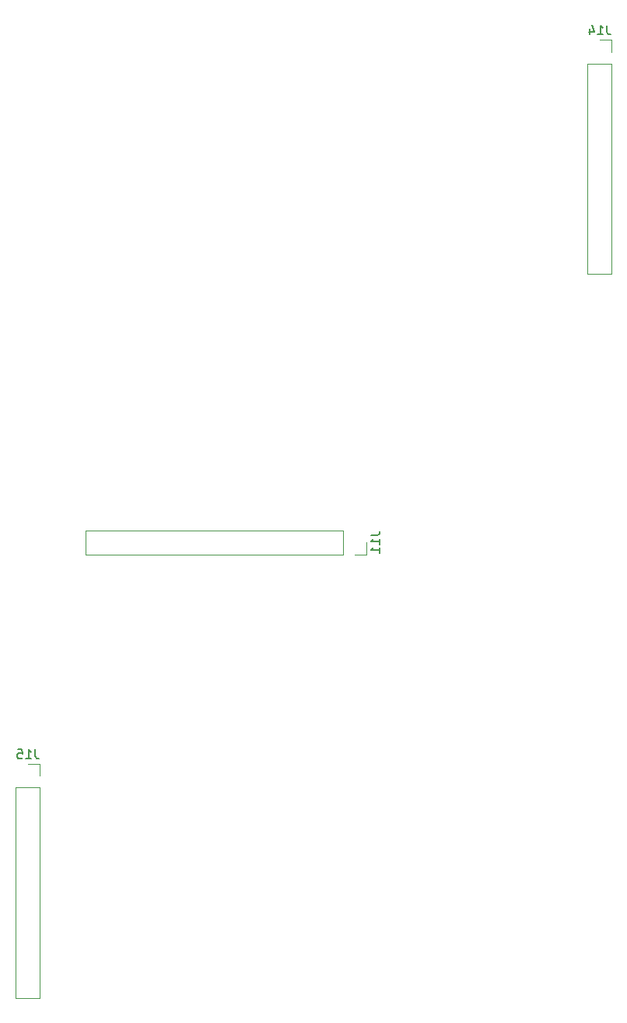
<source format=gbr>
G04 #@! TF.GenerationSoftware,KiCad,Pcbnew,(5.1.5)-3*
G04 #@! TF.CreationDate,2020-03-28T09:42:39+01:00*
G04 #@! TF.ProjectId,GridsNanoV3,47726964-734e-4616-9e6f-56332e6b6963,rev?*
G04 #@! TF.SameCoordinates,Original*
G04 #@! TF.FileFunction,Legend,Bot*
G04 #@! TF.FilePolarity,Positive*
%FSLAX46Y46*%
G04 Gerber Fmt 4.6, Leading zero omitted, Abs format (unit mm)*
G04 Created by KiCad (PCBNEW (5.1.5)-3) date 2020-03-28 09:42:39*
%MOMM*%
%LPD*%
G04 APERTURE LIST*
%ADD10C,0.120000*%
%ADD11C,0.150000*%
G04 APERTURE END LIST*
D10*
X236280000Y-76260000D02*
X236280000Y-74930000D01*
X234950000Y-76260000D02*
X236280000Y-76260000D01*
X233680000Y-76260000D02*
X233680000Y-73600000D01*
X233680000Y-73600000D02*
X205680000Y-73600000D01*
X233680000Y-76260000D02*
X205680000Y-76260000D01*
X205680000Y-76260000D02*
X205680000Y-73600000D01*
X262950000Y-20210000D02*
X261620000Y-20210000D01*
X262950000Y-21540000D02*
X262950000Y-20210000D01*
X262950000Y-22810000D02*
X260290000Y-22810000D01*
X260290000Y-22810000D02*
X260290000Y-45730000D01*
X262950000Y-22810000D02*
X262950000Y-45730000D01*
X262950000Y-45730000D02*
X260290000Y-45730000D01*
X200720000Y-99000000D02*
X199390000Y-99000000D01*
X200720000Y-100330000D02*
X200720000Y-99000000D01*
X200720000Y-101600000D02*
X198060000Y-101600000D01*
X198060000Y-101600000D02*
X198060000Y-124520000D01*
X200720000Y-101600000D02*
X200720000Y-124520000D01*
X200720000Y-124520000D02*
X198060000Y-124520000D01*
D11*
X236732380Y-74120476D02*
X237446666Y-74120476D01*
X237589523Y-74072857D01*
X237684761Y-73977619D01*
X237732380Y-73834761D01*
X237732380Y-73739523D01*
X237732380Y-75120476D02*
X237732380Y-74549047D01*
X237732380Y-74834761D02*
X236732380Y-74834761D01*
X236875238Y-74739523D01*
X236970476Y-74644285D01*
X237018095Y-74549047D01*
X237732380Y-76072857D02*
X237732380Y-75501428D01*
X237732380Y-75787142D02*
X236732380Y-75787142D01*
X236875238Y-75691904D01*
X236970476Y-75596666D01*
X237018095Y-75501428D01*
X262429523Y-18662380D02*
X262429523Y-19376666D01*
X262477142Y-19519523D01*
X262572380Y-19614761D01*
X262715238Y-19662380D01*
X262810476Y-19662380D01*
X261429523Y-19662380D02*
X262000952Y-19662380D01*
X261715238Y-19662380D02*
X261715238Y-18662380D01*
X261810476Y-18805238D01*
X261905714Y-18900476D01*
X262000952Y-18948095D01*
X260572380Y-18995714D02*
X260572380Y-19662380D01*
X260810476Y-18614761D02*
X261048571Y-19329047D01*
X260429523Y-19329047D01*
X200199523Y-97452380D02*
X200199523Y-98166666D01*
X200247142Y-98309523D01*
X200342380Y-98404761D01*
X200485238Y-98452380D01*
X200580476Y-98452380D01*
X199199523Y-98452380D02*
X199770952Y-98452380D01*
X199485238Y-98452380D02*
X199485238Y-97452380D01*
X199580476Y-97595238D01*
X199675714Y-97690476D01*
X199770952Y-97738095D01*
X198294761Y-97452380D02*
X198770952Y-97452380D01*
X198818571Y-97928571D01*
X198770952Y-97880952D01*
X198675714Y-97833333D01*
X198437619Y-97833333D01*
X198342380Y-97880952D01*
X198294761Y-97928571D01*
X198247142Y-98023809D01*
X198247142Y-98261904D01*
X198294761Y-98357142D01*
X198342380Y-98404761D01*
X198437619Y-98452380D01*
X198675714Y-98452380D01*
X198770952Y-98404761D01*
X198818571Y-98357142D01*
M02*

</source>
